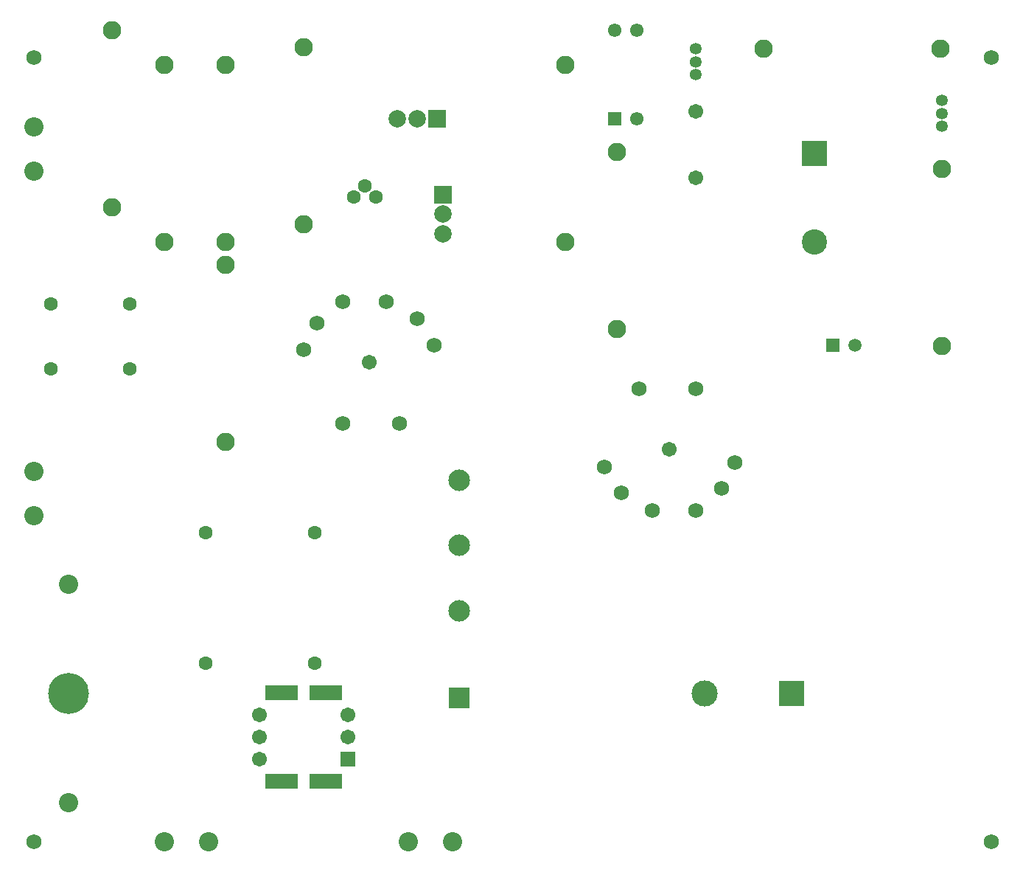
<source format=gbs>
G04*
G04 #@! TF.GenerationSoftware,Altium Limited,Altium Designer,21.6.4 (81)*
G04*
G04 Layer_Color=16711935*
%FSLAX44Y44*%
%MOMM*%
G71*
G04*
G04 #@! TF.SameCoordinates,BB46096C-F4B4-4A6F-AF92-C5C7510F58E1*
G04*
G04*
G04 #@! TF.FilePolarity,Negative*
G04*
G01*
G75*
%ADD10C,1.7272*%
%ADD11C,1.7032*%
%ADD12R,2.4732X2.4732*%
%ADD13C,2.4732*%
%ADD14C,1.6032*%
%ADD15C,2.1032*%
%ADD16C,1.3532*%
%ADD17R,2.9032X2.9032*%
%ADD18C,2.9032*%
%ADD19R,1.5532X1.5532*%
%ADD20C,1.5532*%
%ADD21C,1.7112*%
%ADD22R,1.7112X1.7112*%
%ADD23C,4.7032*%
%ADD24C,2.2032*%
%ADD25C,3.0032*%
%ADD26R,3.0032X3.0032*%
%ADD27C,1.5032*%
%ADD28R,1.5032X1.5032*%
%ADD29R,2.0032X2.0032*%
%ADD30C,2.0032*%
%ADD31R,2.0032X2.0032*%
G36*
X316200Y127700D02*
X353200D01*
Y110700D01*
X316200D01*
Y127700D01*
D02*
G37*
G36*
X367000D02*
X404000D01*
Y110700D01*
X367000D01*
Y127700D01*
D02*
G37*
G36*
X316200Y229300D02*
X353200D01*
Y212300D01*
X316200D01*
Y229300D01*
D02*
G37*
G36*
X367000D02*
X404000D01*
Y212300D01*
X367000D01*
Y229300D01*
D02*
G37*
D10*
X745000Y570000D02*
D03*
X810000D02*
D03*
X705000Y480000D02*
D03*
X725000Y450000D02*
D03*
X760000Y430000D02*
D03*
X810000D02*
D03*
X840000Y455000D02*
D03*
X855000Y485000D02*
D03*
X470000Y530000D02*
D03*
X405000D02*
D03*
X510000Y620000D02*
D03*
X490000Y650000D02*
D03*
X455000Y670000D02*
D03*
X405000D02*
D03*
X375000Y645000D02*
D03*
X360000Y615000D02*
D03*
X1150000Y50000D02*
D03*
Y950000D02*
D03*
X50000D02*
D03*
Y50000D02*
D03*
D11*
X780000Y500000D02*
D03*
X435000Y600000D02*
D03*
X810000Y888100D02*
D03*
Y811900D02*
D03*
D12*
X538500Y215000D02*
D03*
D13*
Y315000D02*
D03*
Y390000D02*
D03*
Y465000D02*
D03*
D14*
X247500Y255000D02*
D03*
Y405000D02*
D03*
X372500Y255000D02*
D03*
Y405000D02*
D03*
X430000Y802700D02*
D03*
X442700Y790000D02*
D03*
X417300D02*
D03*
X160000Y667500D02*
D03*
Y592500D02*
D03*
X69578Y667500D02*
D03*
Y592500D02*
D03*
D15*
X270000Y508400D02*
D03*
Y711600D02*
D03*
X140000Y981600D02*
D03*
Y778400D02*
D03*
X888400Y960000D02*
D03*
X1091600D02*
D03*
X1092796Y618669D02*
D03*
Y821869D02*
D03*
X360000Y961600D02*
D03*
Y758400D02*
D03*
X200000Y941600D02*
D03*
Y738400D02*
D03*
X660000D02*
D03*
Y941600D02*
D03*
X720000Y638400D02*
D03*
Y841600D02*
D03*
X270000Y738400D02*
D03*
Y941600D02*
D03*
D16*
X1092796Y870735D02*
D03*
Y885735D02*
D03*
Y900735D02*
D03*
X810000Y960000D02*
D03*
Y945000D02*
D03*
Y930000D02*
D03*
D17*
X946326Y839789D02*
D03*
D18*
Y738189D02*
D03*
D19*
X717300Y879200D02*
D03*
D20*
X742700D02*
D03*
X717300Y980800D02*
D03*
X742700D02*
D03*
D21*
X410800Y195400D02*
D03*
X309200D02*
D03*
Y170000D02*
D03*
X410800D02*
D03*
X309200Y144600D02*
D03*
D22*
X410800D02*
D03*
D23*
X90000Y220000D02*
D03*
D24*
Y95000D02*
D03*
Y345000D02*
D03*
X200000Y50000D02*
D03*
X250800D02*
D03*
X480000D02*
D03*
X530800D02*
D03*
X50000Y819200D02*
D03*
Y870000D02*
D03*
Y423800D02*
D03*
Y474600D02*
D03*
D25*
X820000Y220000D02*
D03*
D26*
X920000D02*
D03*
D27*
X992700Y620000D02*
D03*
D28*
X967300D02*
D03*
D29*
X512800Y880000D02*
D03*
D30*
X467200D02*
D03*
X490000D02*
D03*
X520000Y747200D02*
D03*
Y770000D02*
D03*
D31*
Y792800D02*
D03*
M02*

</source>
